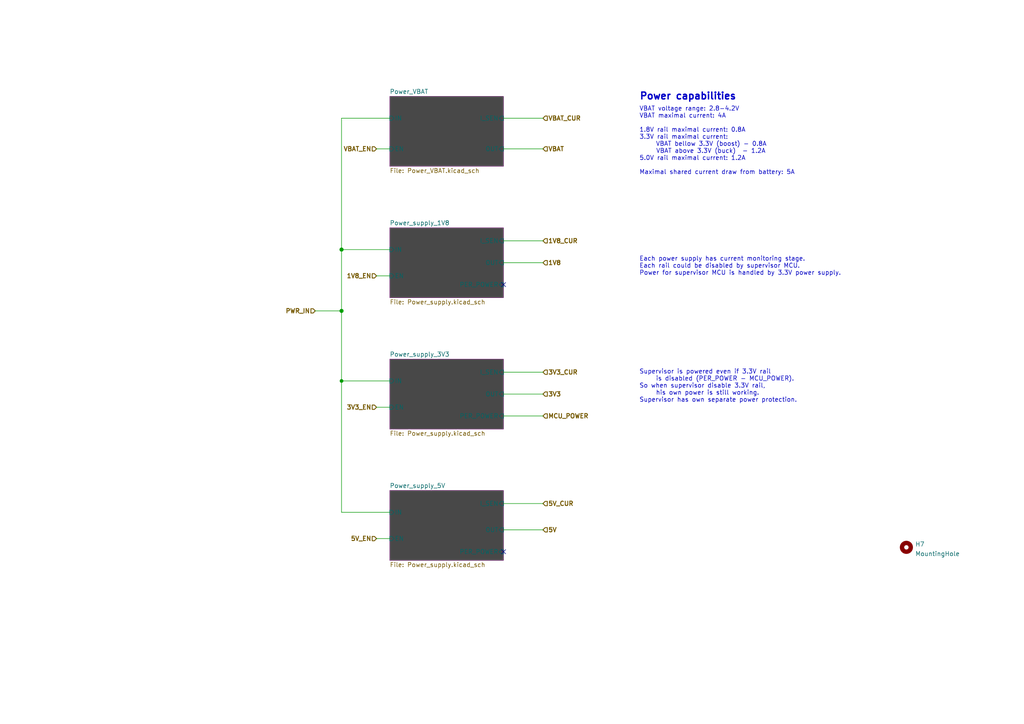
<source format=kicad_sch>
(kicad_sch (version 20210621) (generator eeschema)
  (paper "A4")
  (title_block (title "BUTCube - EPS") (date "2021-06-01") (rev "v1.0") (company "VUT - FIT(STRaDe) & FME(IAE & IPE)") (comment 1 "Author: Petr Malaník"))
  (lib_symbols
    (symbol "Mechanical:MountingHole" (pin_names (offset 1.016))
      (property "Reference" "H" (at 0 5.08 0))
      (property "Value" "MountingHole" (at 0 3.175 0))
      (symbol "MountingHole_0_1"
        (circle (center 0 0) (radius 1.27) (stroke (width 1.27)))
      )
    )
  )
  (junction (at 99.06 72.39) (diameter 1.016))
  (junction (at 99.06 90.17) (diameter 1.016))
  (junction (at 99.06 110.49) (diameter 0.9144))
  (no_connect (at 146.05 82.55))
  (no_connect (at 146.05 160.02))
  (wire (pts (xy 99.06 34.29) (xy 99.06 72.39)))
  (wire (pts (xy 99.06 72.39) (xy 99.06 90.17)))
  (wire (pts (xy 99.06 72.39) (xy 113.03 72.39)))
  (wire (pts (xy 99.06 90.17) (xy 91.44 90.17)))
  (wire (pts (xy 99.06 90.17) (xy 99.06 110.49)))
  (wire (pts (xy 99.06 110.49) (xy 113.03 110.49)))
  (wire (pts (xy 99.06 148.59) (xy 99.06 110.49)))
  (wire (pts (xy 99.06 148.59) (xy 113.03 148.59)))
  (wire (pts (xy 109.22 43.18) (xy 113.03 43.18)))
  (wire (pts (xy 109.22 80.01) (xy 113.03 80.01)))
  (wire (pts (xy 109.22 118.11) (xy 113.03 118.11)))
  (wire (pts (xy 109.22 156.21) (xy 113.03 156.21)))
  (wire (pts (xy 113.03 34.29) (xy 99.06 34.29)))
  (wire (pts (xy 146.05 34.29) (xy 157.48 34.29)))
  (wire (pts (xy 146.05 43.18) (xy 157.48 43.18)))
  (wire (pts (xy 146.05 69.85) (xy 157.48 69.85)))
  (wire (pts (xy 146.05 76.2) (xy 157.48 76.2)))
  (wire (pts (xy 146.05 107.95) (xy 157.48 107.95)))
  (wire (pts (xy 146.05 114.3) (xy 157.48 114.3)))
  (wire (pts (xy 146.05 120.65) (xy 157.48 120.65)))
  (wire (pts (xy 146.05 146.05) (xy 157.48 146.05)))
  (wire (pts (xy 146.05 153.67) (xy 157.48 153.67)))
  (text "Power capabilities" (at 185.42 29.21 0) (effects (font (size 2 2) (thickness 0.4) bold) (justify left bottom)))
  (text "VBAT voltage range: 2.8-4.2V\nVBAT maximal current: 4A\n\n1.8V rail maximal current: 0.8A\n3.3V rail maximal current:\n	VBAT bellow 3.3V (boost) - 0.8A\n     VBAT above 3.3V (buck)  - 1.2A\n5.0V rail maximal current: 1.2A\n\nMaximal shared current draw from battery: 5A\n" (at 185.42 50.8 0) (effects (font (size 1.27 1.27)) (justify left bottom)))
  (text "Each power supply has current monitoring stage.\nEach rail could be disabled by supervisor MCU.\nPower for supervisor MCU is handled by 3.3V power supply.\n" (at 185.42 80.01 0) (effects (font (size 1.27 1.27)) (justify left bottom)))
  (text "Supervisor is powered even if 3.3V rail\n	is disabled (PER_POWER - MCU_POWER).\nSo when supervisor disable 3.3V rail,\n	his own power is still working.\nSupervisor has own separate power protection." (at 185.42 116.84 0) (effects (font (size 1.27 1.27)) (justify left bottom)))
  (hierarchical_label "PWR_IN" (shape input) (at 91.44 90.17 180) (effects (font (thickness 0.254))))
  (hierarchical_label "VBAT_EN" (shape input) (at 109.22 43.18 180) (effects (font (thickness 0.254))))
  (hierarchical_label "1V8_EN" (shape input) (at 109.22 80.01 180) (effects (font (thickness 0.254))))
  (hierarchical_label "3V3_EN" (shape input) (at 109.22 118.11 180) (effects (font (thickness 0.254))))
  (hierarchical_label "5V_EN" (shape input) (at 109.22 156.21 180) (effects (font (thickness 0.254))))
  (hierarchical_label "VBAT_CUR" (shape input) (at 157.48 34.29 0) (effects (font (thickness 0.254))))
  (hierarchical_label "VBAT" (shape input) (at 157.48 43.18 0) (effects (font (thickness 0.254))))
  (hierarchical_label "1V8_CUR" (shape input) (at 157.48 69.85 0) (effects (font (thickness 0.254))))
  (hierarchical_label "1V8" (shape input) (at 157.48 76.2 0) (effects (font (thickness 0.254))))
  (hierarchical_label "3V3_CUR" (shape input) (at 157.48 107.95 0) (effects (font (thickness 0.254))))
  (hierarchical_label "3V3" (shape input) (at 157.48 114.3 0) (effects (font (thickness 0.254))))
  (hierarchical_label "MCU_POWER" (shape input) (at 157.48 120.65 0) (effects (font (thickness 0.254))))
  (hierarchical_label "5V_CUR" (shape input) (at 157.48 146.05 0) (effects (font (thickness 0.254))))
  (hierarchical_label "5V" (shape input) (at 157.48 153.67 0) (effects (font (thickness 0.254))))
  (symbol (lib_id "Mechanical:MountingHole") (at 262.89 158.75 0)
    (property "Reference" "H7" (at 265.4301 157.8415 0) (effects (justify left)))
    (property "Value" "MountingHole" (at 265.4301 160.6166 0) (effects (justify left)))
    (property "Footprint" "MountingHole:MountingHole_3.2mm_M3_Pad_Via" (effects hide))
  )
  (sheet (at 113.03 27.94) (size 33.02 20.32) (stroke (width 0.001) (color 132 0 132 1)) (fill (color 72 72 72 1.0000))
    (property "Sheet name" "Power_VBAT" (at 113.03 27.3043 0) (effects (justify left bottom)))
    (property "Sheet file" "Power_VBAT.kicad_sch" (at 113.03 48.7687 0) (effects (justify left top)))
    (pin "OUT" input (at 146.05 43.18 0))
    (pin "IN" input (at 113.03 34.29 180))
    (pin "I_SEN" input (at 146.05 34.29 0))
    (pin "EN" input (at 113.03 43.18 180))
  )
  (sheet (at 113.03 66.04) (size 33.02 20.32) (stroke (width 0.001) (color 132 0 132 1)) (fill (color 72 72 72 1.0000))
    (property "Sheet name" "Power_supply_1V8" (at 113.03 65.4043 0) (effects (justify left bottom)))
    (property "Sheet file" "Power_supply.kicad_sch" (at 113.03 86.8687 0) (effects (justify left top)))
    (pin "IN" input (at 113.03 72.39 180))
    (pin "OUT" input (at 146.05 76.2 0))
    (pin "I_SEN" input (at 146.05 69.85 0))
    (pin "EN" input (at 113.03 80.01 180))
    (pin "PER_POWER" input (at 146.05 82.55 0))
  )
  (sheet (at 113.03 104.14) (size 33.02 20.32) (stroke (width 0.001) (color 132 0 132 1)) (fill (color 72 72 72 1.0000))
    (property "Sheet name" "Power_supply_3V3" (at 113.03 103.5043 0) (effects (justify left bottom)))
    (property "Sheet file" "Power_supply.kicad_sch" (at 113.03 124.9687 0) (effects (justify left top)))
    (pin "IN" input (at 113.03 110.49 180))
    (pin "OUT" input (at 146.05 114.3 0))
    (pin "I_SEN" input (at 146.05 107.95 0))
    (pin "EN" input (at 113.03 118.11 180))
    (pin "PER_POWER" input (at 146.05 120.65 0))
  )
  (sheet (at 113.03 142.24) (size 33.02 20.32) (stroke (width 0.001) (color 132 0 132 1)) (fill (color 72 72 72 1.0000))
    (property "Sheet name" "Power_supply_5V" (at 113.03 141.6043 0) (effects (justify left bottom)))
    (property "Sheet file" "Power_supply.kicad_sch" (at 113.03 163.0687 0) (effects (justify left top)))
    (pin "IN" input (at 113.03 148.59 180))
    (pin "OUT" input (at 146.05 153.67 0))
    (pin "I_SEN" input (at 146.05 146.05 0))
    (pin "EN" input (at 113.03 156.21 180))
    (pin "PER_POWER" input (at 146.05 160.02 0))
  )
)
</source>
